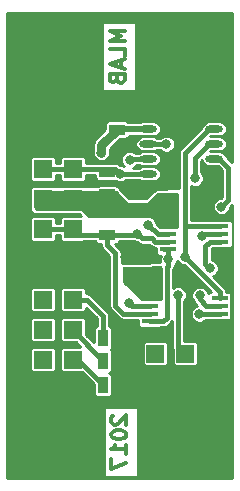
<source format=gbr>
G04 #@! TF.GenerationSoftware,KiCad,Pcbnew,(2017-02-05 revision 431abcf)-makepkg*
G04 #@! TF.CreationDate,2017-03-21T18:12:11+01:00*
G04 #@! TF.ProjectId,EEPROM02A,454550524F4D3032412E6B696361645F,REV*
G04 #@! TF.FileFunction,Copper,L2,Bot,Signal*
G04 #@! TF.FilePolarity,Positive*
%FSLAX46Y46*%
G04 Gerber Fmt 4.6, Leading zero omitted, Abs format (unit mm)*
G04 Created by KiCad (PCBNEW (2017-02-05 revision 431abcf)-makepkg) date 03/21/17 18:12:11*
%MOMM*%
%LPD*%
G01*
G04 APERTURE LIST*
%ADD10C,0.150000*%
%ADD11C,0.300000*%
%ADD12R,1.524000X1.524000*%
%ADD13R,1.450000X0.450000*%
%ADD14C,6.000000*%
%ADD15R,0.889000X1.397000*%
%ADD16R,1.397000X0.889000*%
%ADD17O,1.473200X0.609600*%
%ADD18R,1.699260X1.300480*%
%ADD19C,0.800000*%
%ADD20C,0.400000*%
%ADD21C,0.200000*%
%ADD22C,0.800000*%
%ADD23C,0.500000*%
%ADD24C,0.254000*%
G04 APERTURE END LIST*
D10*
D11*
X9571904Y5911571D02*
X9510000Y5849666D01*
X9448095Y5725857D01*
X9448095Y5416333D01*
X9510000Y5292523D01*
X9571904Y5230619D01*
X9695714Y5168714D01*
X9819523Y5168714D01*
X10005238Y5230619D01*
X10748095Y5973476D01*
X10748095Y5168714D01*
X9448095Y4363952D02*
X9448095Y4240142D01*
X9510000Y4116333D01*
X9571904Y4054428D01*
X9695714Y3992523D01*
X9943333Y3930619D01*
X10252857Y3930619D01*
X10500476Y3992523D01*
X10624285Y4054428D01*
X10686190Y4116333D01*
X10748095Y4240142D01*
X10748095Y4363952D01*
X10686190Y4487761D01*
X10624285Y4549666D01*
X10500476Y4611571D01*
X10252857Y4673476D01*
X9943333Y4673476D01*
X9695714Y4611571D01*
X9571904Y4549666D01*
X9510000Y4487761D01*
X9448095Y4363952D01*
X10748095Y2692523D02*
X10748095Y3435380D01*
X10748095Y3063952D02*
X9448095Y3063952D01*
X9633809Y3187761D01*
X9757619Y3311571D01*
X9819523Y3435380D01*
X9448095Y2259190D02*
X9448095Y1392523D01*
X10748095Y1949666D01*
X10621095Y38488666D02*
X9321095Y38488666D01*
X10249666Y38055333D01*
X9321095Y37622000D01*
X10621095Y37622000D01*
X10621095Y36383904D02*
X10621095Y37002952D01*
X9321095Y37002952D01*
X10249666Y36012476D02*
X10249666Y35393428D01*
X10621095Y36136285D02*
X9321095Y35702952D01*
X10621095Y35269619D01*
X9940142Y34402952D02*
X10002047Y34217238D01*
X10063952Y34155333D01*
X10187761Y34093428D01*
X10373476Y34093428D01*
X10497285Y34155333D01*
X10559190Y34217238D01*
X10621095Y34341047D01*
X10621095Y34836285D01*
X9321095Y34836285D01*
X9321095Y34402952D01*
X9383000Y34279142D01*
X9444904Y34217238D01*
X9568714Y34155333D01*
X9692523Y34155333D01*
X9816333Y34217238D01*
X9878238Y34279142D01*
X9940142Y34402952D01*
X9940142Y34836285D01*
D12*
X13208000Y11176000D03*
X15748000Y11176000D03*
X18288000Y11176000D03*
D13*
X18647200Y15859400D03*
X18647200Y15209400D03*
X18647200Y14559400D03*
X18647200Y13909400D03*
X12747200Y13909400D03*
X12747200Y14559400D03*
X12747200Y15209400D03*
X12747200Y15859400D03*
X18710000Y21955400D03*
X18710000Y21305400D03*
X18710000Y20655400D03*
X18710000Y20005400D03*
X14310000Y20005400D03*
X14310000Y20655400D03*
X14310000Y21305400D03*
X14310000Y21955400D03*
D14*
X15240000Y35560000D03*
X5080000Y35560000D03*
X5080000Y5080000D03*
X15240000Y5080000D03*
D15*
X16598900Y24130000D03*
X14693900Y24130000D03*
X13335000Y17881600D03*
X15240000Y17881600D03*
D16*
X9956800Y32042100D03*
X9956800Y30137100D03*
D15*
X10871200Y17830800D03*
X8966200Y17830800D03*
D12*
X6223000Y29337000D03*
X3683000Y29337000D03*
X6223000Y26797000D03*
X3683000Y26797000D03*
X3683000Y24257000D03*
X6223000Y24257000D03*
X6223000Y21717000D03*
X3683000Y21717000D03*
X3683000Y19177000D03*
X6223000Y19177000D03*
X6223000Y15748000D03*
X3683000Y15748000D03*
X3683000Y13208000D03*
X6223000Y13208000D03*
X6223000Y10668000D03*
X3683000Y10668000D03*
D15*
X8763000Y12496800D03*
X10668000Y12496800D03*
X10693400Y10566400D03*
X8788400Y10566400D03*
D16*
X9144000Y26555700D03*
X9144000Y24650700D03*
D15*
X8763000Y8534400D03*
X10668000Y8534400D03*
D16*
X9144000Y23101300D03*
X9144000Y21196300D03*
D17*
X12598400Y30200600D03*
X12598400Y28930600D03*
X12598400Y27660600D03*
X12598400Y26390600D03*
X18186400Y26390600D03*
X18186400Y27660600D03*
X18186400Y28930600D03*
X18186400Y30200600D03*
D18*
X11684000Y19839940D03*
X11684000Y23340060D03*
D19*
X9652000Y13970002D03*
X15240000Y9398000D03*
X13208002Y19304000D03*
X2032000Y19202400D03*
X16560800Y12750800D03*
X17729200Y12700000D03*
X18999200Y12700000D03*
X19253200Y17018000D03*
X19253200Y17932400D03*
X18948400Y18999200D03*
X8331200Y32054800D03*
X11328400Y32004000D03*
X12192000Y8839200D03*
X18440400Y24790400D03*
X17729200Y24079200D03*
X17678400Y25247600D03*
X10617200Y19354800D03*
X8636000Y28194000D03*
X12039600Y17627600D03*
X10223602Y26390600D03*
X14310000Y19151600D03*
X11683994Y21336000D03*
X11023602Y27584400D03*
X15671988Y19389893D03*
X16967199Y16103600D03*
X17124873Y21155390D03*
X16560800Y26009600D03*
X16916398Y14528800D03*
X17830800Y18389600D03*
X18796000Y23622000D03*
X15112992Y16129000D03*
X10972800Y15494000D03*
X12552695Y22090121D03*
X14122400Y28905200D03*
D20*
X10668000Y12496800D02*
X10668000Y12750800D01*
X10668000Y12750800D02*
X9652000Y13766800D01*
X9652000Y13766800D02*
X9652000Y13970002D01*
X15240000Y9398000D02*
X16510000Y9398000D01*
D21*
X19549402Y22606000D02*
X18636715Y22606000D01*
X18636715Y22606000D02*
X17729200Y23513515D01*
X17729200Y23513515D02*
X17729200Y24079200D01*
X18948400Y18999200D02*
X19735001Y19785801D01*
X19735001Y19785801D02*
X19735001Y22420401D01*
X19735001Y22420401D02*
X19549402Y22606000D01*
D20*
X13157202Y19354800D02*
X13208002Y19304000D01*
X10617200Y19354800D02*
X13157202Y19354800D01*
D21*
X10668000Y12496800D02*
X11633200Y12496800D01*
X11633200Y12496800D02*
X11836400Y12293600D01*
X17729200Y12700000D02*
X16611600Y12700000D01*
X16611600Y12700000D02*
X16560800Y12750800D01*
X18647200Y13909400D02*
X18647200Y13052000D01*
X18647200Y13052000D02*
X18999200Y12700000D01*
X19253200Y17932400D02*
X19253200Y17018000D01*
D11*
X18710000Y19710400D02*
X18710000Y19480400D01*
D21*
X18710000Y19237600D02*
X18948400Y18999200D01*
D11*
X18710000Y20005400D02*
X18710000Y19710400D01*
D21*
X18710000Y19710400D02*
X18710000Y19237600D01*
X9956800Y32042100D02*
X11290300Y32042100D01*
X11290300Y32042100D02*
X11328400Y32004000D01*
D11*
X15240000Y5080000D02*
X12240001Y8079999D01*
X12240001Y8079999D02*
X12240001Y8791199D01*
X12240001Y8791199D02*
X12192000Y8839200D01*
X18710000Y19480400D02*
X19722201Y18468199D01*
X19722201Y18468199D02*
X19722201Y13959401D01*
X19722201Y13959401D02*
X19672200Y13909400D01*
X19672200Y13909400D02*
X18647200Y13909400D01*
D20*
X17729200Y24079200D02*
X18440400Y24790400D01*
X18186400Y26390600D02*
X18186400Y25755600D01*
X18186400Y25755600D02*
X17678400Y25247600D01*
X11684000Y19839940D02*
X11102340Y19839940D01*
X11102340Y19839940D02*
X10617200Y19354800D01*
X17272000Y33337500D02*
X17272000Y34957000D01*
X14097000Y33337500D02*
X14097000Y34830000D01*
X14097000Y34830000D02*
X14160500Y34893500D01*
D22*
X14732000Y6223000D02*
X17305020Y6223000D01*
X12192000Y6223000D02*
X14732000Y6223000D01*
X9956800Y30137100D02*
X9944100Y30137100D01*
X9944100Y30137100D02*
X8636000Y28829000D01*
X8636000Y28829000D02*
X8636000Y28194000D01*
X12039600Y17627600D02*
X11074400Y17627600D01*
X11074400Y17627600D02*
X10871200Y17830800D01*
D23*
X12598400Y30200600D02*
X10020300Y30200600D01*
X10020300Y30200600D02*
X9956800Y30137100D01*
D20*
X13872200Y13909400D02*
X12747200Y13909400D01*
X14310000Y18585915D02*
X14185999Y18461914D01*
X14310000Y19151600D02*
X14310000Y18585915D01*
X14185999Y18461914D02*
X14185999Y14223199D01*
X14185999Y14223199D02*
X13872200Y13909400D01*
X12598400Y26390600D02*
X10223602Y26390600D01*
X10223602Y26390600D02*
X10240140Y26390600D01*
X14310000Y20005400D02*
X14310000Y19151600D01*
X9823591Y26774049D02*
X10223590Y26374050D01*
X9800640Y26797000D02*
X9823591Y26774049D01*
X6223000Y26797000D02*
X9800640Y26797000D01*
X10240140Y26390600D02*
X10223590Y26374050D01*
X3683000Y26797000D02*
X6223000Y26797000D01*
X14310000Y20005400D02*
X13936632Y20005400D01*
X9810701Y15200701D02*
X9810701Y19685099D01*
X12747200Y14559400D02*
X10452002Y14559400D01*
X9144000Y20351800D02*
X9144000Y21196300D01*
X9810701Y19685099D02*
X9144000Y20351800D01*
X10452002Y14559400D02*
X9810701Y15200701D01*
X11683994Y21336000D02*
X12083993Y20936001D01*
X12083993Y20936001D02*
X12904399Y20936001D01*
X12904399Y20936001D02*
X13185000Y20655400D01*
X13185000Y20655400D02*
X14310000Y20655400D01*
X9144000Y21196300D02*
X11544294Y21196300D01*
X11544294Y21196300D02*
X11683994Y21336000D01*
X11099802Y27660600D02*
X11023602Y27584400D01*
X12598400Y27660600D02*
X11099802Y27660600D01*
X9144000Y21196300D02*
X6743700Y21196300D01*
X6743700Y21196300D02*
X6223000Y21717000D01*
X12598400Y27660600D02*
X12166600Y27660600D01*
X9398000Y21196300D02*
X9144000Y21196300D01*
X3683000Y21717000D02*
X6223000Y21717000D01*
X18647200Y15859400D02*
X18647200Y16414681D01*
X16071987Y18989894D02*
X15671988Y19389893D01*
X18647200Y16414681D02*
X16071987Y18989894D01*
X15748000Y22098000D02*
X15697200Y22047200D01*
X15697200Y22047200D02*
X15697200Y19405600D01*
X15697200Y19405600D02*
X15687695Y19405600D01*
X15687695Y19405600D02*
X15671988Y19389893D01*
X18186400Y30200600D02*
X17754600Y30200600D01*
X17754600Y30200600D02*
X15697200Y28143200D01*
X15697200Y28143200D02*
X15697200Y22148800D01*
X15697200Y22148800D02*
X15748000Y22098000D01*
X18710000Y21955400D02*
X15890600Y21955400D01*
X15890600Y21955400D02*
X15748000Y22098000D01*
X6223000Y15748000D02*
X7385000Y15748000D01*
X7385000Y15748000D02*
X8763000Y14370000D01*
X8763000Y14370000D02*
X8763000Y13595300D01*
X8763000Y13595300D02*
X8763000Y12496800D01*
X16967199Y15764401D02*
X16967199Y16103600D01*
X17522200Y15209400D02*
X16967199Y15764401D01*
X18647200Y15209400D02*
X17522200Y15209400D01*
X17274883Y21305400D02*
X17124873Y21155390D01*
X18710000Y21305400D02*
X17274883Y21305400D01*
X16560800Y27736800D02*
X16560800Y26009600D01*
X18186400Y28930600D02*
X17754600Y28930600D01*
X17754600Y28930600D02*
X16560800Y27736800D01*
X6223000Y13208000D02*
X6223000Y13131800D01*
X6223000Y13131800D02*
X8788400Y10566400D01*
X16946998Y14559400D02*
X16916398Y14528800D01*
X19195999Y24021999D02*
X18796000Y23622000D01*
X18618200Y27660600D02*
X19354800Y26924000D01*
X19354800Y24180800D02*
X19195999Y24021999D01*
X18186400Y27660600D02*
X18618200Y27660600D01*
X19354800Y26924000D02*
X19354800Y24180800D01*
X18647200Y14559400D02*
X16946998Y14559400D01*
X18710000Y20655400D02*
X17803715Y20655400D01*
X17803715Y20655400D02*
X17430801Y20282486D01*
X17430801Y20282486D02*
X17430801Y18789599D01*
X17430801Y18789599D02*
X17830800Y18389600D01*
X6223000Y10668000D02*
X6629400Y10668000D01*
X6629400Y10668000D02*
X8763000Y8534400D01*
X15112992Y16129000D02*
X15112992Y11811008D01*
X15112992Y11811008D02*
X15748000Y11176000D01*
X12747200Y15209400D02*
X11257400Y15209400D01*
X11257400Y15209400D02*
X10972800Y15494000D01*
X12552695Y22090121D02*
X12598821Y22090121D01*
X12598821Y22090121D02*
X13383542Y21305400D01*
X13383542Y21305400D02*
X14310000Y21305400D01*
X12598400Y28930600D02*
X14097000Y28930600D01*
X14097000Y28930600D02*
X14122400Y28905200D01*
D24*
G36*
X19664000Y27360090D02*
X19247831Y27776259D01*
X19222744Y27902379D01*
X19085787Y28107350D01*
X18880816Y28244307D01*
X18639037Y28292400D01*
X17861690Y28292400D01*
X17868090Y28298800D01*
X18639037Y28298800D01*
X18880816Y28346893D01*
X19085787Y28483850D01*
X19222744Y28688821D01*
X19270837Y28930600D01*
X19222744Y29172379D01*
X19085787Y29377350D01*
X18880816Y29514307D01*
X18639037Y29562400D01*
X17861690Y29562400D01*
X17868090Y29568800D01*
X18639037Y29568800D01*
X18880816Y29616893D01*
X19085787Y29753850D01*
X19222744Y29958821D01*
X19270837Y30200600D01*
X19222744Y30442379D01*
X19085787Y30647350D01*
X18880816Y30784307D01*
X18639037Y30832400D01*
X17733763Y30832400D01*
X17491984Y30784307D01*
X17287013Y30647350D01*
X17150056Y30442379D01*
X17124969Y30316259D01*
X15324555Y28515845D01*
X15210315Y28344875D01*
X15190311Y28244307D01*
X15170200Y28143200D01*
X15170200Y25155581D01*
X15138400Y25161906D01*
X14249400Y25161906D01*
X14121811Y25136527D01*
X14093185Y25117400D01*
X13360400Y25117400D01*
X13235263Y25092509D01*
X13129176Y25021624D01*
X12431258Y24323706D01*
X10948838Y24323706D01*
X10153609Y25207293D01*
X10150527Y25222789D01*
X10078254Y25330954D01*
X9970089Y25403227D01*
X9842500Y25428606D01*
X8445500Y25428606D01*
X8317911Y25403227D01*
X8209746Y25330954D01*
X8202828Y25320600D01*
X7122208Y25320600D01*
X7112589Y25327027D01*
X6985000Y25352406D01*
X5461000Y25352406D01*
X5333411Y25327027D01*
X5323792Y25320600D01*
X4582208Y25320600D01*
X4572589Y25327027D01*
X4445000Y25352406D01*
X2921000Y25352406D01*
X2793411Y25327027D01*
X2685246Y25254754D01*
X2612973Y25146589D01*
X2587594Y25019000D01*
X2587594Y23495000D01*
X2612973Y23367411D01*
X2619400Y23357792D01*
X2619400Y23317200D01*
X2644291Y23192063D01*
X2715176Y23085976D01*
X2821263Y23015091D01*
X2946400Y22990200D01*
X6722552Y22990200D01*
X6900346Y22812406D01*
X5461000Y22812406D01*
X5333411Y22787027D01*
X5225246Y22714754D01*
X5152973Y22606589D01*
X5127594Y22479000D01*
X5127594Y22244000D01*
X4778406Y22244000D01*
X4778406Y22479000D01*
X4753027Y22606589D01*
X4680754Y22714754D01*
X4572589Y22787027D01*
X4445000Y22812406D01*
X2921000Y22812406D01*
X2793411Y22787027D01*
X2685246Y22714754D01*
X2612973Y22606589D01*
X2587594Y22479000D01*
X2587594Y20955000D01*
X2612973Y20827411D01*
X2685246Y20719246D01*
X2793411Y20646973D01*
X2921000Y20621594D01*
X4445000Y20621594D01*
X4572589Y20646973D01*
X4680754Y20719246D01*
X4753027Y20827411D01*
X4778406Y20955000D01*
X4778406Y21190000D01*
X5127594Y21190000D01*
X5127594Y20955000D01*
X5152973Y20827411D01*
X5225246Y20719246D01*
X5333411Y20646973D01*
X5461000Y20621594D01*
X6985000Y20621594D01*
X7112589Y20646973D01*
X7146004Y20669300D01*
X8128504Y20669300D01*
X8137473Y20624211D01*
X8209746Y20516046D01*
X8317911Y20443773D01*
X8445500Y20418394D01*
X8617000Y20418394D01*
X8617000Y20351800D01*
X8657115Y20150125D01*
X8771355Y19979155D01*
X9283701Y19466808D01*
X9283701Y15200701D01*
X9323816Y14999026D01*
X9438056Y14828056D01*
X10079357Y14186754D01*
X10211220Y14098646D01*
X10250328Y14072515D01*
X10452002Y14032400D01*
X11688794Y14032400D01*
X11688794Y13684400D01*
X11714173Y13556811D01*
X11786446Y13448646D01*
X11894611Y13376373D01*
X12022200Y13350994D01*
X13472200Y13350994D01*
X13599789Y13376373D01*
X13608809Y13382400D01*
X13872200Y13382400D01*
X14073875Y13422515D01*
X14244845Y13536755D01*
X14558644Y13850554D01*
X14585992Y13891483D01*
X14585992Y11811008D01*
X14626107Y11609333D01*
X14652594Y11569693D01*
X14652594Y10414000D01*
X14677973Y10286411D01*
X14750246Y10178246D01*
X14858411Y10105973D01*
X14986000Y10080594D01*
X16510000Y10080594D01*
X16637589Y10105973D01*
X16745754Y10178246D01*
X16818027Y10286411D01*
X16843406Y10414000D01*
X16843406Y11938000D01*
X16818027Y12065589D01*
X16745754Y12173754D01*
X16637589Y12246027D01*
X16510000Y12271406D01*
X15639992Y12271406D01*
X15639992Y15627844D01*
X15728953Y15716650D01*
X15839866Y15983756D01*
X15840118Y16272975D01*
X15729672Y16540275D01*
X15525342Y16744961D01*
X15258236Y16855874D01*
X14969017Y16856126D01*
X14712999Y16750342D01*
X14712999Y18258697D01*
X14796885Y18384240D01*
X14837000Y18585915D01*
X14837000Y18650444D01*
X14925961Y18739250D01*
X15036874Y19006356D01*
X15036889Y19023196D01*
X15055308Y18978618D01*
X15259638Y18773932D01*
X15526744Y18663019D01*
X15653683Y18662908D01*
X17902670Y16413921D01*
X17794611Y16392427D01*
X17686446Y16320154D01*
X17672784Y16299708D01*
X17583879Y16514875D01*
X17379549Y16719561D01*
X17112443Y16830474D01*
X16823224Y16830726D01*
X16555924Y16720280D01*
X16351238Y16515950D01*
X16240325Y16248844D01*
X16240073Y15959625D01*
X16350519Y15692325D01*
X16481167Y15561449D01*
X16594554Y15391756D01*
X16742675Y15243635D01*
X16505123Y15145480D01*
X16300437Y14941150D01*
X16189524Y14674044D01*
X16189272Y14384825D01*
X16299718Y14117525D01*
X16504048Y13912839D01*
X16771154Y13801926D01*
X17060373Y13801674D01*
X17327673Y13912120D01*
X17448163Y14032400D01*
X17785591Y14032400D01*
X17794611Y14026373D01*
X17922200Y14000994D01*
X19372200Y14000994D01*
X19499789Y14026373D01*
X19607954Y14098646D01*
X19664000Y14182525D01*
X19664000Y656000D01*
X656000Y656000D01*
X656000Y6636191D01*
X8822000Y6636191D01*
X8822000Y729810D01*
X11726000Y729810D01*
X11726000Y6636191D01*
X8822000Y6636191D01*
X656000Y6636191D01*
X656000Y11430000D01*
X2587594Y11430000D01*
X2587594Y9906000D01*
X2612973Y9778411D01*
X2685246Y9670246D01*
X2793411Y9597973D01*
X2921000Y9572594D01*
X4445000Y9572594D01*
X4572589Y9597973D01*
X4680754Y9670246D01*
X4753027Y9778411D01*
X4778406Y9906000D01*
X4778406Y11430000D01*
X4753027Y11557589D01*
X4680754Y11665754D01*
X4572589Y11738027D01*
X4445000Y11763406D01*
X2921000Y11763406D01*
X2793411Y11738027D01*
X2685246Y11665754D01*
X2612973Y11557589D01*
X2587594Y11430000D01*
X656000Y11430000D01*
X656000Y13970000D01*
X2587594Y13970000D01*
X2587594Y12446000D01*
X2612973Y12318411D01*
X2685246Y12210246D01*
X2793411Y12137973D01*
X2921000Y12112594D01*
X4445000Y12112594D01*
X4572589Y12137973D01*
X4680754Y12210246D01*
X4753027Y12318411D01*
X4778406Y12446000D01*
X4778406Y13970000D01*
X4753027Y14097589D01*
X4680754Y14205754D01*
X4572589Y14278027D01*
X4445000Y14303406D01*
X2921000Y14303406D01*
X2793411Y14278027D01*
X2685246Y14205754D01*
X2612973Y14097589D01*
X2587594Y13970000D01*
X656000Y13970000D01*
X656000Y16510000D01*
X2587594Y16510000D01*
X2587594Y14986000D01*
X2612973Y14858411D01*
X2685246Y14750246D01*
X2793411Y14677973D01*
X2921000Y14652594D01*
X4445000Y14652594D01*
X4572589Y14677973D01*
X4680754Y14750246D01*
X4753027Y14858411D01*
X4778406Y14986000D01*
X4778406Y16510000D01*
X5127594Y16510000D01*
X5127594Y14986000D01*
X5152973Y14858411D01*
X5225246Y14750246D01*
X5333411Y14677973D01*
X5461000Y14652594D01*
X6985000Y14652594D01*
X7112589Y14677973D01*
X7220754Y14750246D01*
X7293027Y14858411D01*
X7318406Y14986000D01*
X7318406Y15069304D01*
X8236000Y14151710D01*
X8236000Y13512296D01*
X8190911Y13503327D01*
X8082746Y13431054D01*
X8010473Y13322889D01*
X7985094Y13195300D01*
X7985094Y12114997D01*
X7318406Y12781684D01*
X7318406Y13970000D01*
X7293027Y14097589D01*
X7220754Y14205754D01*
X7112589Y14278027D01*
X6985000Y14303406D01*
X5461000Y14303406D01*
X5333411Y14278027D01*
X5225246Y14205754D01*
X5152973Y14097589D01*
X5127594Y13970000D01*
X5127594Y12446000D01*
X5152973Y12318411D01*
X5225246Y12210246D01*
X5333411Y12137973D01*
X5461000Y12112594D01*
X6496916Y12112594D01*
X6846104Y11763406D01*
X5461000Y11763406D01*
X5333411Y11738027D01*
X5225246Y11665754D01*
X5152973Y11557589D01*
X5127594Y11430000D01*
X5127594Y9906000D01*
X5152973Y9778411D01*
X5225246Y9670246D01*
X5333411Y9597973D01*
X5461000Y9572594D01*
X6979516Y9572594D01*
X7985094Y8567016D01*
X7985094Y7835900D01*
X8010473Y7708311D01*
X8082746Y7600146D01*
X8190911Y7527873D01*
X8318500Y7502494D01*
X9207500Y7502494D01*
X9335089Y7527873D01*
X9443254Y7600146D01*
X9515527Y7708311D01*
X9540906Y7835900D01*
X9540906Y9232900D01*
X9515527Y9360489D01*
X9443254Y9468654D01*
X9335089Y9540927D01*
X9300165Y9547874D01*
X9360489Y9559873D01*
X9468654Y9632146D01*
X9540927Y9740311D01*
X9566306Y9867900D01*
X9566306Y11264900D01*
X9540927Y11392489D01*
X9468654Y11500654D01*
X9409640Y11540086D01*
X9443254Y11562546D01*
X9515527Y11670711D01*
X9540906Y11798300D01*
X9540906Y11938000D01*
X12112594Y11938000D01*
X12112594Y10414000D01*
X12137973Y10286411D01*
X12210246Y10178246D01*
X12318411Y10105973D01*
X12446000Y10080594D01*
X13970000Y10080594D01*
X14097589Y10105973D01*
X14205754Y10178246D01*
X14278027Y10286411D01*
X14303406Y10414000D01*
X14303406Y11938000D01*
X14278027Y12065589D01*
X14205754Y12173754D01*
X14097589Y12246027D01*
X13970000Y12271406D01*
X12446000Y12271406D01*
X12318411Y12246027D01*
X12210246Y12173754D01*
X12137973Y12065589D01*
X12112594Y11938000D01*
X9540906Y11938000D01*
X9540906Y13195300D01*
X9515527Y13322889D01*
X9443254Y13431054D01*
X9335089Y13503327D01*
X9290000Y13512296D01*
X9290000Y14370000D01*
X9256540Y14538215D01*
X9249885Y14571675D01*
X9135645Y14742645D01*
X7757645Y16120645D01*
X7586675Y16234885D01*
X7385000Y16275000D01*
X7318406Y16275000D01*
X7318406Y16510000D01*
X7293027Y16637589D01*
X7220754Y16745754D01*
X7112589Y16818027D01*
X6985000Y16843406D01*
X5461000Y16843406D01*
X5333411Y16818027D01*
X5225246Y16745754D01*
X5152973Y16637589D01*
X5127594Y16510000D01*
X4778406Y16510000D01*
X4753027Y16637589D01*
X4680754Y16745754D01*
X4572589Y16818027D01*
X4445000Y16843406D01*
X2921000Y16843406D01*
X2793411Y16818027D01*
X2685246Y16745754D01*
X2612973Y16637589D01*
X2587594Y16510000D01*
X656000Y16510000D01*
X656000Y27559000D01*
X2587594Y27559000D01*
X2587594Y26035000D01*
X2612973Y25907411D01*
X2685246Y25799246D01*
X2793411Y25726973D01*
X2921000Y25701594D01*
X4445000Y25701594D01*
X4572589Y25726973D01*
X4680754Y25799246D01*
X4753027Y25907411D01*
X4778406Y26035000D01*
X4778406Y26270000D01*
X5127594Y26270000D01*
X5127594Y26035000D01*
X5152973Y25907411D01*
X5225246Y25799246D01*
X5333411Y25726973D01*
X5461000Y25701594D01*
X6985000Y25701594D01*
X7112589Y25726973D01*
X7220754Y25799246D01*
X7293027Y25907411D01*
X7318406Y26035000D01*
X7318406Y26270000D01*
X8112094Y26270000D01*
X8112094Y26111200D01*
X8137473Y25983611D01*
X8209746Y25875446D01*
X8317911Y25803173D01*
X8445500Y25777794D01*
X9808102Y25777794D01*
X9811252Y25774639D01*
X10078358Y25663726D01*
X10367577Y25663474D01*
X10634877Y25773920D01*
X10724713Y25863600D01*
X11819116Y25863600D01*
X11903984Y25806893D01*
X12145763Y25758800D01*
X13051037Y25758800D01*
X13292816Y25806893D01*
X13497787Y25943850D01*
X13634744Y26148821D01*
X13682837Y26390600D01*
X13634744Y26632379D01*
X13497787Y26837350D01*
X13292816Y26974307D01*
X13051037Y27022400D01*
X12145763Y27022400D01*
X11903984Y26974307D01*
X11819116Y26917600D01*
X11313577Y26917600D01*
X11434877Y26967720D01*
X11601046Y27133600D01*
X11819116Y27133600D01*
X11903984Y27076893D01*
X12145763Y27028800D01*
X13051037Y27028800D01*
X13292816Y27076893D01*
X13497787Y27213850D01*
X13634744Y27418821D01*
X13682837Y27660600D01*
X13634744Y27902379D01*
X13497787Y28107350D01*
X13292816Y28244307D01*
X13051037Y28292400D01*
X12145763Y28292400D01*
X11903984Y28244307D01*
X11819116Y28187600D01*
X11448691Y28187600D01*
X11435952Y28200361D01*
X11168846Y28311274D01*
X10879627Y28311526D01*
X10612327Y28201080D01*
X10407641Y27996750D01*
X10296728Y27729644D01*
X10296476Y27440425D01*
X10406922Y27173125D01*
X10528766Y27051069D01*
X10368846Y27117474D01*
X10225331Y27117599D01*
X10196239Y27146691D01*
X10196237Y27146694D01*
X10173285Y27169645D01*
X10081647Y27230877D01*
X10078254Y27235954D01*
X9970089Y27308227D01*
X9842500Y27333606D01*
X8445500Y27333606D01*
X8397207Y27324000D01*
X7318406Y27324000D01*
X7318406Y27559000D01*
X7293027Y27686589D01*
X7220754Y27794754D01*
X7112589Y27867027D01*
X6985000Y27892406D01*
X5461000Y27892406D01*
X5333411Y27867027D01*
X5225246Y27794754D01*
X5152973Y27686589D01*
X5127594Y27559000D01*
X5127594Y27324000D01*
X4778406Y27324000D01*
X4778406Y27559000D01*
X4753027Y27686589D01*
X4680754Y27794754D01*
X4572589Y27867027D01*
X4445000Y27892406D01*
X2921000Y27892406D01*
X2793411Y27867027D01*
X2685246Y27794754D01*
X2612973Y27686589D01*
X2587594Y27559000D01*
X656000Y27559000D01*
X656000Y28050025D01*
X7908874Y28050025D01*
X8019320Y27782725D01*
X8223650Y27578039D01*
X8490756Y27467126D01*
X8779975Y27466874D01*
X9047275Y27577320D01*
X9251961Y27781650D01*
X9362874Y28048756D01*
X9363126Y28337975D01*
X9363000Y28338280D01*
X9363000Y28527866D01*
X9765733Y28930600D01*
X11513963Y28930600D01*
X11562056Y28688821D01*
X11699013Y28483850D01*
X11903984Y28346893D01*
X12145763Y28298800D01*
X13051037Y28298800D01*
X13292816Y28346893D01*
X13377684Y28403600D01*
X13595888Y28403600D01*
X13710050Y28289239D01*
X13977156Y28178326D01*
X14266375Y28178074D01*
X14533675Y28288520D01*
X14738361Y28492850D01*
X14849274Y28759956D01*
X14849526Y29049175D01*
X14739080Y29316475D01*
X14534750Y29521161D01*
X14267644Y29632074D01*
X13978425Y29632326D01*
X13711125Y29521880D01*
X13646733Y29457600D01*
X13377684Y29457600D01*
X13292816Y29514307D01*
X13051037Y29562400D01*
X12145763Y29562400D01*
X11903984Y29514307D01*
X11699013Y29377350D01*
X11562056Y29172379D01*
X11513963Y28930600D01*
X9765733Y28930600D01*
X10194327Y29359194D01*
X10655300Y29359194D01*
X10782889Y29384573D01*
X10891054Y29456846D01*
X10963327Y29565011D01*
X10974981Y29623600D01*
X11893946Y29623600D01*
X11903984Y29616893D01*
X12145763Y29568800D01*
X13051037Y29568800D01*
X13292816Y29616893D01*
X13497787Y29753850D01*
X13634744Y29958821D01*
X13682837Y30200600D01*
X13634744Y30442379D01*
X13497787Y30647350D01*
X13292816Y30784307D01*
X13051037Y30832400D01*
X12145763Y30832400D01*
X11903984Y30784307D01*
X11893946Y30777600D01*
X10917617Y30777600D01*
X10891054Y30817354D01*
X10782889Y30889627D01*
X10655300Y30915006D01*
X9258300Y30915006D01*
X9130711Y30889627D01*
X9022546Y30817354D01*
X8950273Y30709189D01*
X8924894Y30581600D01*
X8924894Y30146027D01*
X8121933Y29343067D01*
X7964340Y29107211D01*
X7964340Y29107210D01*
X7908999Y28829000D01*
X7909000Y28828995D01*
X7909000Y28194635D01*
X7908874Y28050025D01*
X656000Y28050025D01*
X656000Y39275191D01*
X8695000Y39275191D01*
X8695000Y33368810D01*
X11599000Y33368810D01*
X11599000Y39275191D01*
X8695000Y39275191D01*
X656000Y39275191D01*
X656000Y39984000D01*
X19664000Y39984000D01*
X19664000Y27360090D01*
X19664000Y27360090D01*
G37*
X19664000Y27360090D02*
X19247831Y27776259D01*
X19222744Y27902379D01*
X19085787Y28107350D01*
X18880816Y28244307D01*
X18639037Y28292400D01*
X17861690Y28292400D01*
X17868090Y28298800D01*
X18639037Y28298800D01*
X18880816Y28346893D01*
X19085787Y28483850D01*
X19222744Y28688821D01*
X19270837Y28930600D01*
X19222744Y29172379D01*
X19085787Y29377350D01*
X18880816Y29514307D01*
X18639037Y29562400D01*
X17861690Y29562400D01*
X17868090Y29568800D01*
X18639037Y29568800D01*
X18880816Y29616893D01*
X19085787Y29753850D01*
X19222744Y29958821D01*
X19270837Y30200600D01*
X19222744Y30442379D01*
X19085787Y30647350D01*
X18880816Y30784307D01*
X18639037Y30832400D01*
X17733763Y30832400D01*
X17491984Y30784307D01*
X17287013Y30647350D01*
X17150056Y30442379D01*
X17124969Y30316259D01*
X15324555Y28515845D01*
X15210315Y28344875D01*
X15190311Y28244307D01*
X15170200Y28143200D01*
X15170200Y25155581D01*
X15138400Y25161906D01*
X14249400Y25161906D01*
X14121811Y25136527D01*
X14093185Y25117400D01*
X13360400Y25117400D01*
X13235263Y25092509D01*
X13129176Y25021624D01*
X12431258Y24323706D01*
X10948838Y24323706D01*
X10153609Y25207293D01*
X10150527Y25222789D01*
X10078254Y25330954D01*
X9970089Y25403227D01*
X9842500Y25428606D01*
X8445500Y25428606D01*
X8317911Y25403227D01*
X8209746Y25330954D01*
X8202828Y25320600D01*
X7122208Y25320600D01*
X7112589Y25327027D01*
X6985000Y25352406D01*
X5461000Y25352406D01*
X5333411Y25327027D01*
X5323792Y25320600D01*
X4582208Y25320600D01*
X4572589Y25327027D01*
X4445000Y25352406D01*
X2921000Y25352406D01*
X2793411Y25327027D01*
X2685246Y25254754D01*
X2612973Y25146589D01*
X2587594Y25019000D01*
X2587594Y23495000D01*
X2612973Y23367411D01*
X2619400Y23357792D01*
X2619400Y23317200D01*
X2644291Y23192063D01*
X2715176Y23085976D01*
X2821263Y23015091D01*
X2946400Y22990200D01*
X6722552Y22990200D01*
X6900346Y22812406D01*
X5461000Y22812406D01*
X5333411Y22787027D01*
X5225246Y22714754D01*
X5152973Y22606589D01*
X5127594Y22479000D01*
X5127594Y22244000D01*
X4778406Y22244000D01*
X4778406Y22479000D01*
X4753027Y22606589D01*
X4680754Y22714754D01*
X4572589Y22787027D01*
X4445000Y22812406D01*
X2921000Y22812406D01*
X2793411Y22787027D01*
X2685246Y22714754D01*
X2612973Y22606589D01*
X2587594Y22479000D01*
X2587594Y20955000D01*
X2612973Y20827411D01*
X2685246Y20719246D01*
X2793411Y20646973D01*
X2921000Y20621594D01*
X4445000Y20621594D01*
X4572589Y20646973D01*
X4680754Y20719246D01*
X4753027Y20827411D01*
X4778406Y20955000D01*
X4778406Y21190000D01*
X5127594Y21190000D01*
X5127594Y20955000D01*
X5152973Y20827411D01*
X5225246Y20719246D01*
X5333411Y20646973D01*
X5461000Y20621594D01*
X6985000Y20621594D01*
X7112589Y20646973D01*
X7146004Y20669300D01*
X8128504Y20669300D01*
X8137473Y20624211D01*
X8209746Y20516046D01*
X8317911Y20443773D01*
X8445500Y20418394D01*
X8617000Y20418394D01*
X8617000Y20351800D01*
X8657115Y20150125D01*
X8771355Y19979155D01*
X9283701Y19466808D01*
X9283701Y15200701D01*
X9323816Y14999026D01*
X9438056Y14828056D01*
X10079357Y14186754D01*
X10211220Y14098646D01*
X10250328Y14072515D01*
X10452002Y14032400D01*
X11688794Y14032400D01*
X11688794Y13684400D01*
X11714173Y13556811D01*
X11786446Y13448646D01*
X11894611Y13376373D01*
X12022200Y13350994D01*
X13472200Y13350994D01*
X13599789Y13376373D01*
X13608809Y13382400D01*
X13872200Y13382400D01*
X14073875Y13422515D01*
X14244845Y13536755D01*
X14558644Y13850554D01*
X14585992Y13891483D01*
X14585992Y11811008D01*
X14626107Y11609333D01*
X14652594Y11569693D01*
X14652594Y10414000D01*
X14677973Y10286411D01*
X14750246Y10178246D01*
X14858411Y10105973D01*
X14986000Y10080594D01*
X16510000Y10080594D01*
X16637589Y10105973D01*
X16745754Y10178246D01*
X16818027Y10286411D01*
X16843406Y10414000D01*
X16843406Y11938000D01*
X16818027Y12065589D01*
X16745754Y12173754D01*
X16637589Y12246027D01*
X16510000Y12271406D01*
X15639992Y12271406D01*
X15639992Y15627844D01*
X15728953Y15716650D01*
X15839866Y15983756D01*
X15840118Y16272975D01*
X15729672Y16540275D01*
X15525342Y16744961D01*
X15258236Y16855874D01*
X14969017Y16856126D01*
X14712999Y16750342D01*
X14712999Y18258697D01*
X14796885Y18384240D01*
X14837000Y18585915D01*
X14837000Y18650444D01*
X14925961Y18739250D01*
X15036874Y19006356D01*
X15036889Y19023196D01*
X15055308Y18978618D01*
X15259638Y18773932D01*
X15526744Y18663019D01*
X15653683Y18662908D01*
X17902670Y16413921D01*
X17794611Y16392427D01*
X17686446Y16320154D01*
X17672784Y16299708D01*
X17583879Y16514875D01*
X17379549Y16719561D01*
X17112443Y16830474D01*
X16823224Y16830726D01*
X16555924Y16720280D01*
X16351238Y16515950D01*
X16240325Y16248844D01*
X16240073Y15959625D01*
X16350519Y15692325D01*
X16481167Y15561449D01*
X16594554Y15391756D01*
X16742675Y15243635D01*
X16505123Y15145480D01*
X16300437Y14941150D01*
X16189524Y14674044D01*
X16189272Y14384825D01*
X16299718Y14117525D01*
X16504048Y13912839D01*
X16771154Y13801926D01*
X17060373Y13801674D01*
X17327673Y13912120D01*
X17448163Y14032400D01*
X17785591Y14032400D01*
X17794611Y14026373D01*
X17922200Y14000994D01*
X19372200Y14000994D01*
X19499789Y14026373D01*
X19607954Y14098646D01*
X19664000Y14182525D01*
X19664000Y656000D01*
X656000Y656000D01*
X656000Y6636191D01*
X8822000Y6636191D01*
X8822000Y729810D01*
X11726000Y729810D01*
X11726000Y6636191D01*
X8822000Y6636191D01*
X656000Y6636191D01*
X656000Y11430000D01*
X2587594Y11430000D01*
X2587594Y9906000D01*
X2612973Y9778411D01*
X2685246Y9670246D01*
X2793411Y9597973D01*
X2921000Y9572594D01*
X4445000Y9572594D01*
X4572589Y9597973D01*
X4680754Y9670246D01*
X4753027Y9778411D01*
X4778406Y9906000D01*
X4778406Y11430000D01*
X4753027Y11557589D01*
X4680754Y11665754D01*
X4572589Y11738027D01*
X4445000Y11763406D01*
X2921000Y11763406D01*
X2793411Y11738027D01*
X2685246Y11665754D01*
X2612973Y11557589D01*
X2587594Y11430000D01*
X656000Y11430000D01*
X656000Y13970000D01*
X2587594Y13970000D01*
X2587594Y12446000D01*
X2612973Y12318411D01*
X2685246Y12210246D01*
X2793411Y12137973D01*
X2921000Y12112594D01*
X4445000Y12112594D01*
X4572589Y12137973D01*
X4680754Y12210246D01*
X4753027Y12318411D01*
X4778406Y12446000D01*
X4778406Y13970000D01*
X4753027Y14097589D01*
X4680754Y14205754D01*
X4572589Y14278027D01*
X4445000Y14303406D01*
X2921000Y14303406D01*
X2793411Y14278027D01*
X2685246Y14205754D01*
X2612973Y14097589D01*
X2587594Y13970000D01*
X656000Y13970000D01*
X656000Y16510000D01*
X2587594Y16510000D01*
X2587594Y14986000D01*
X2612973Y14858411D01*
X2685246Y14750246D01*
X2793411Y14677973D01*
X2921000Y14652594D01*
X4445000Y14652594D01*
X4572589Y14677973D01*
X4680754Y14750246D01*
X4753027Y14858411D01*
X4778406Y14986000D01*
X4778406Y16510000D01*
X5127594Y16510000D01*
X5127594Y14986000D01*
X5152973Y14858411D01*
X5225246Y14750246D01*
X5333411Y14677973D01*
X5461000Y14652594D01*
X6985000Y14652594D01*
X7112589Y14677973D01*
X7220754Y14750246D01*
X7293027Y14858411D01*
X7318406Y14986000D01*
X7318406Y15069304D01*
X8236000Y14151710D01*
X8236000Y13512296D01*
X8190911Y13503327D01*
X8082746Y13431054D01*
X8010473Y13322889D01*
X7985094Y13195300D01*
X7985094Y12114997D01*
X7318406Y12781684D01*
X7318406Y13970000D01*
X7293027Y14097589D01*
X7220754Y14205754D01*
X7112589Y14278027D01*
X6985000Y14303406D01*
X5461000Y14303406D01*
X5333411Y14278027D01*
X5225246Y14205754D01*
X5152973Y14097589D01*
X5127594Y13970000D01*
X5127594Y12446000D01*
X5152973Y12318411D01*
X5225246Y12210246D01*
X5333411Y12137973D01*
X5461000Y12112594D01*
X6496916Y12112594D01*
X6846104Y11763406D01*
X5461000Y11763406D01*
X5333411Y11738027D01*
X5225246Y11665754D01*
X5152973Y11557589D01*
X5127594Y11430000D01*
X5127594Y9906000D01*
X5152973Y9778411D01*
X5225246Y9670246D01*
X5333411Y9597973D01*
X5461000Y9572594D01*
X6979516Y9572594D01*
X7985094Y8567016D01*
X7985094Y7835900D01*
X8010473Y7708311D01*
X8082746Y7600146D01*
X8190911Y7527873D01*
X8318500Y7502494D01*
X9207500Y7502494D01*
X9335089Y7527873D01*
X9443254Y7600146D01*
X9515527Y7708311D01*
X9540906Y7835900D01*
X9540906Y9232900D01*
X9515527Y9360489D01*
X9443254Y9468654D01*
X9335089Y9540927D01*
X9300165Y9547874D01*
X9360489Y9559873D01*
X9468654Y9632146D01*
X9540927Y9740311D01*
X9566306Y9867900D01*
X9566306Y11264900D01*
X9540927Y11392489D01*
X9468654Y11500654D01*
X9409640Y11540086D01*
X9443254Y11562546D01*
X9515527Y11670711D01*
X9540906Y11798300D01*
X9540906Y11938000D01*
X12112594Y11938000D01*
X12112594Y10414000D01*
X12137973Y10286411D01*
X12210246Y10178246D01*
X12318411Y10105973D01*
X12446000Y10080594D01*
X13970000Y10080594D01*
X14097589Y10105973D01*
X14205754Y10178246D01*
X14278027Y10286411D01*
X14303406Y10414000D01*
X14303406Y11938000D01*
X14278027Y12065589D01*
X14205754Y12173754D01*
X14097589Y12246027D01*
X13970000Y12271406D01*
X12446000Y12271406D01*
X12318411Y12246027D01*
X12210246Y12173754D01*
X12137973Y12065589D01*
X12112594Y11938000D01*
X9540906Y11938000D01*
X9540906Y13195300D01*
X9515527Y13322889D01*
X9443254Y13431054D01*
X9335089Y13503327D01*
X9290000Y13512296D01*
X9290000Y14370000D01*
X9256540Y14538215D01*
X9249885Y14571675D01*
X9135645Y14742645D01*
X7757645Y16120645D01*
X7586675Y16234885D01*
X7385000Y16275000D01*
X7318406Y16275000D01*
X7318406Y16510000D01*
X7293027Y16637589D01*
X7220754Y16745754D01*
X7112589Y16818027D01*
X6985000Y16843406D01*
X5461000Y16843406D01*
X5333411Y16818027D01*
X5225246Y16745754D01*
X5152973Y16637589D01*
X5127594Y16510000D01*
X4778406Y16510000D01*
X4753027Y16637589D01*
X4680754Y16745754D01*
X4572589Y16818027D01*
X4445000Y16843406D01*
X2921000Y16843406D01*
X2793411Y16818027D01*
X2685246Y16745754D01*
X2612973Y16637589D01*
X2587594Y16510000D01*
X656000Y16510000D01*
X656000Y27559000D01*
X2587594Y27559000D01*
X2587594Y26035000D01*
X2612973Y25907411D01*
X2685246Y25799246D01*
X2793411Y25726973D01*
X2921000Y25701594D01*
X4445000Y25701594D01*
X4572589Y25726973D01*
X4680754Y25799246D01*
X4753027Y25907411D01*
X4778406Y26035000D01*
X4778406Y26270000D01*
X5127594Y26270000D01*
X5127594Y26035000D01*
X5152973Y25907411D01*
X5225246Y25799246D01*
X5333411Y25726973D01*
X5461000Y25701594D01*
X6985000Y25701594D01*
X7112589Y25726973D01*
X7220754Y25799246D01*
X7293027Y25907411D01*
X7318406Y26035000D01*
X7318406Y26270000D01*
X8112094Y26270000D01*
X8112094Y26111200D01*
X8137473Y25983611D01*
X8209746Y25875446D01*
X8317911Y25803173D01*
X8445500Y25777794D01*
X9808102Y25777794D01*
X9811252Y25774639D01*
X10078358Y25663726D01*
X10367577Y25663474D01*
X10634877Y25773920D01*
X10724713Y25863600D01*
X11819116Y25863600D01*
X11903984Y25806893D01*
X12145763Y25758800D01*
X13051037Y25758800D01*
X13292816Y25806893D01*
X13497787Y25943850D01*
X13634744Y26148821D01*
X13682837Y26390600D01*
X13634744Y26632379D01*
X13497787Y26837350D01*
X13292816Y26974307D01*
X13051037Y27022400D01*
X12145763Y27022400D01*
X11903984Y26974307D01*
X11819116Y26917600D01*
X11313577Y26917600D01*
X11434877Y26967720D01*
X11601046Y27133600D01*
X11819116Y27133600D01*
X11903984Y27076893D01*
X12145763Y27028800D01*
X13051037Y27028800D01*
X13292816Y27076893D01*
X13497787Y27213850D01*
X13634744Y27418821D01*
X13682837Y27660600D01*
X13634744Y27902379D01*
X13497787Y28107350D01*
X13292816Y28244307D01*
X13051037Y28292400D01*
X12145763Y28292400D01*
X11903984Y28244307D01*
X11819116Y28187600D01*
X11448691Y28187600D01*
X11435952Y28200361D01*
X11168846Y28311274D01*
X10879627Y28311526D01*
X10612327Y28201080D01*
X10407641Y27996750D01*
X10296728Y27729644D01*
X10296476Y27440425D01*
X10406922Y27173125D01*
X10528766Y27051069D01*
X10368846Y27117474D01*
X10225331Y27117599D01*
X10196239Y27146691D01*
X10196237Y27146694D01*
X10173285Y27169645D01*
X10081647Y27230877D01*
X10078254Y27235954D01*
X9970089Y27308227D01*
X9842500Y27333606D01*
X8445500Y27333606D01*
X8397207Y27324000D01*
X7318406Y27324000D01*
X7318406Y27559000D01*
X7293027Y27686589D01*
X7220754Y27794754D01*
X7112589Y27867027D01*
X6985000Y27892406D01*
X5461000Y27892406D01*
X5333411Y27867027D01*
X5225246Y27794754D01*
X5152973Y27686589D01*
X5127594Y27559000D01*
X5127594Y27324000D01*
X4778406Y27324000D01*
X4778406Y27559000D01*
X4753027Y27686589D01*
X4680754Y27794754D01*
X4572589Y27867027D01*
X4445000Y27892406D01*
X2921000Y27892406D01*
X2793411Y27867027D01*
X2685246Y27794754D01*
X2612973Y27686589D01*
X2587594Y27559000D01*
X656000Y27559000D01*
X656000Y28050025D01*
X7908874Y28050025D01*
X8019320Y27782725D01*
X8223650Y27578039D01*
X8490756Y27467126D01*
X8779975Y27466874D01*
X9047275Y27577320D01*
X9251961Y27781650D01*
X9362874Y28048756D01*
X9363126Y28337975D01*
X9363000Y28338280D01*
X9363000Y28527866D01*
X9765733Y28930600D01*
X11513963Y28930600D01*
X11562056Y28688821D01*
X11699013Y28483850D01*
X11903984Y28346893D01*
X12145763Y28298800D01*
X13051037Y28298800D01*
X13292816Y28346893D01*
X13377684Y28403600D01*
X13595888Y28403600D01*
X13710050Y28289239D01*
X13977156Y28178326D01*
X14266375Y28178074D01*
X14533675Y28288520D01*
X14738361Y28492850D01*
X14849274Y28759956D01*
X14849526Y29049175D01*
X14739080Y29316475D01*
X14534750Y29521161D01*
X14267644Y29632074D01*
X13978425Y29632326D01*
X13711125Y29521880D01*
X13646733Y29457600D01*
X13377684Y29457600D01*
X13292816Y29514307D01*
X13051037Y29562400D01*
X12145763Y29562400D01*
X11903984Y29514307D01*
X11699013Y29377350D01*
X11562056Y29172379D01*
X11513963Y28930600D01*
X9765733Y28930600D01*
X10194327Y29359194D01*
X10655300Y29359194D01*
X10782889Y29384573D01*
X10891054Y29456846D01*
X10963327Y29565011D01*
X10974981Y29623600D01*
X11893946Y29623600D01*
X11903984Y29616893D01*
X12145763Y29568800D01*
X13051037Y29568800D01*
X13292816Y29616893D01*
X13497787Y29753850D01*
X13634744Y29958821D01*
X13682837Y30200600D01*
X13634744Y30442379D01*
X13497787Y30647350D01*
X13292816Y30784307D01*
X13051037Y30832400D01*
X12145763Y30832400D01*
X11903984Y30784307D01*
X11893946Y30777600D01*
X10917617Y30777600D01*
X10891054Y30817354D01*
X10782889Y30889627D01*
X10655300Y30915006D01*
X9258300Y30915006D01*
X9130711Y30889627D01*
X9022546Y30817354D01*
X8950273Y30709189D01*
X8924894Y30581600D01*
X8924894Y30146027D01*
X8121933Y29343067D01*
X7964340Y29107211D01*
X7964340Y29107210D01*
X7908999Y28829000D01*
X7909000Y28828995D01*
X7909000Y28194635D01*
X7908874Y28050025D01*
X656000Y28050025D01*
X656000Y39275191D01*
X8695000Y39275191D01*
X8695000Y33368810D01*
X11599000Y33368810D01*
X11599000Y39275191D01*
X8695000Y39275191D01*
X656000Y39275191D01*
X656000Y39984000D01*
X19664000Y39984000D01*
X19664000Y27360090D01*
G36*
X19664000Y16236275D02*
X19607954Y16320154D01*
X19499789Y16392427D01*
X19372200Y16417806D01*
X19173578Y16417806D01*
X19139231Y16590485D01*
X19134085Y16616356D01*
X19019845Y16787326D01*
X18095015Y17712156D01*
X18242075Y17772920D01*
X18446761Y17977250D01*
X18557674Y18244356D01*
X18557926Y18533575D01*
X18447480Y18800875D01*
X18243150Y19005561D01*
X17976044Y19116474D01*
X17957801Y19116490D01*
X17957801Y20064196D01*
X17990599Y20096994D01*
X19435000Y20096994D01*
X19562589Y20122373D01*
X19664000Y20190133D01*
X19664000Y16236275D01*
X19664000Y16236275D01*
G37*
X19664000Y16236275D02*
X19607954Y16320154D01*
X19499789Y16392427D01*
X19372200Y16417806D01*
X19173578Y16417806D01*
X19139231Y16590485D01*
X19134085Y16616356D01*
X19019845Y16787326D01*
X18095015Y17712156D01*
X18242075Y17772920D01*
X18446761Y17977250D01*
X18557674Y18244356D01*
X18557926Y18533575D01*
X18447480Y18800875D01*
X18243150Y19005561D01*
X17976044Y19116474D01*
X17957801Y19116490D01*
X17957801Y20064196D01*
X17990599Y20096994D01*
X19435000Y20096994D01*
X19562589Y20122373D01*
X19664000Y20190133D01*
X19664000Y16236275D01*
G36*
X11538750Y20609126D02*
X11665689Y20609015D01*
X11711348Y20563356D01*
X11882318Y20449116D01*
X12083993Y20409001D01*
X12686109Y20409001D01*
X12812355Y20282755D01*
X12983326Y20168515D01*
X13185000Y20128400D01*
X13251594Y20128400D01*
X13251594Y19780400D01*
X13276973Y19652811D01*
X13349246Y19544646D01*
X13457411Y19472373D01*
X13585000Y19446994D01*
X13645474Y19446994D01*
X13583126Y19296844D01*
X13582874Y19007625D01*
X13621763Y18913506D01*
X12890500Y18913506D01*
X12762911Y18888127D01*
X12734285Y18869000D01*
X10414000Y18869000D01*
X10337701Y18853823D01*
X10337701Y19685099D01*
X10297586Y19886773D01*
X10235858Y19979155D01*
X10183347Y20057744D01*
X9822696Y20418394D01*
X9842500Y20418394D01*
X9970089Y20443773D01*
X10078254Y20516046D01*
X10150527Y20624211D01*
X10159496Y20669300D01*
X11393836Y20669300D01*
X11538750Y20609126D01*
X11538750Y20609126D01*
G37*
X11538750Y20609126D02*
X11665689Y20609015D01*
X11711348Y20563356D01*
X11882318Y20449116D01*
X12083993Y20409001D01*
X12686109Y20409001D01*
X12812355Y20282755D01*
X12983326Y20168515D01*
X13185000Y20128400D01*
X13251594Y20128400D01*
X13251594Y19780400D01*
X13276973Y19652811D01*
X13349246Y19544646D01*
X13457411Y19472373D01*
X13585000Y19446994D01*
X13645474Y19446994D01*
X13583126Y19296844D01*
X13582874Y19007625D01*
X13621763Y18913506D01*
X12890500Y18913506D01*
X12762911Y18888127D01*
X12734285Y18869000D01*
X10414000Y18869000D01*
X10337701Y18853823D01*
X10337701Y19685099D01*
X10297586Y19886773D01*
X10235858Y19979155D01*
X10183347Y20057744D01*
X9822696Y20418394D01*
X9842500Y20418394D01*
X9970089Y20443773D01*
X10078254Y20516046D01*
X10150527Y20624211D01*
X10159496Y20669300D01*
X11393836Y20669300D01*
X11538750Y20609126D01*
G36*
X17150056Y27418821D02*
X17287013Y27213850D01*
X17491984Y27076893D01*
X17733763Y27028800D01*
X18504710Y27028800D01*
X18827800Y26705710D01*
X18827800Y24399090D01*
X18777726Y24349016D01*
X18652025Y24349126D01*
X18384725Y24238680D01*
X18180039Y24034350D01*
X18069126Y23767244D01*
X18068874Y23478025D01*
X18179320Y23210725D01*
X18383650Y23006039D01*
X18650756Y22895126D01*
X18939975Y22894874D01*
X19207275Y23005320D01*
X19411961Y23209650D01*
X19522874Y23476756D01*
X19522985Y23603695D01*
X19568644Y23649354D01*
X19664000Y23744709D01*
X19664000Y22420667D01*
X19562589Y22488427D01*
X19435000Y22513806D01*
X17985000Y22513806D01*
X17857411Y22488427D01*
X17848391Y22482400D01*
X16224200Y22482400D01*
X16224200Y25362185D01*
X16415556Y25282726D01*
X16704775Y25282474D01*
X16972075Y25392920D01*
X17176761Y25597250D01*
X17287674Y25864356D01*
X17287926Y26153575D01*
X17177480Y26420875D01*
X17087800Y26510711D01*
X17087800Y27518510D01*
X17123188Y27553898D01*
X17150056Y27418821D01*
X17150056Y27418821D01*
G37*
X17150056Y27418821D02*
X17287013Y27213850D01*
X17491984Y27076893D01*
X17733763Y27028800D01*
X18504710Y27028800D01*
X18827800Y26705710D01*
X18827800Y24399090D01*
X18777726Y24349016D01*
X18652025Y24349126D01*
X18384725Y24238680D01*
X18180039Y24034350D01*
X18069126Y23767244D01*
X18068874Y23478025D01*
X18179320Y23210725D01*
X18383650Y23006039D01*
X18650756Y22895126D01*
X18939975Y22894874D01*
X19207275Y23005320D01*
X19411961Y23209650D01*
X19522874Y23476756D01*
X19522985Y23603695D01*
X19568644Y23649354D01*
X19664000Y23744709D01*
X19664000Y22420667D01*
X19562589Y22488427D01*
X19435000Y22513806D01*
X17985000Y22513806D01*
X17857411Y22488427D01*
X17848391Y22482400D01*
X16224200Y22482400D01*
X16224200Y25362185D01*
X16415556Y25282726D01*
X16704775Y25282474D01*
X16972075Y25392920D01*
X17176761Y25597250D01*
X17287674Y25864356D01*
X17287926Y26153575D01*
X17177480Y26420875D01*
X17087800Y26510711D01*
X17087800Y27518510D01*
X17123188Y27553898D01*
X17150056Y27418821D01*
G36*
X10726002Y23892641D02*
X10765700Y23862984D01*
X10820400Y23850600D01*
X12547600Y23850600D01*
X12596201Y23860267D01*
X12637403Y23887797D01*
X13413006Y24663400D01*
X15011400Y24663400D01*
X15011400Y21869400D01*
X13616206Y21869400D01*
X13279796Y22205810D01*
X13279821Y22234096D01*
X13169375Y22501396D01*
X12965045Y22706082D01*
X12697939Y22816995D01*
X12408720Y22817247D01*
X12327772Y22783800D01*
X7571006Y22783800D01*
X6947803Y23407003D01*
X6906601Y23434533D01*
X6858000Y23444200D01*
X3073400Y23444200D01*
X3073400Y24866600D01*
X9849439Y24866600D01*
X10726002Y23892641D01*
X10726002Y23892641D01*
G37*
X10726002Y23892641D02*
X10765700Y23862984D01*
X10820400Y23850600D01*
X12547600Y23850600D01*
X12596201Y23860267D01*
X12637403Y23887797D01*
X13413006Y24663400D01*
X15011400Y24663400D01*
X15011400Y21869400D01*
X13616206Y21869400D01*
X13279796Y22205810D01*
X13279821Y22234096D01*
X13169375Y22501396D01*
X12965045Y22706082D01*
X12697939Y22816995D01*
X12408720Y22817247D01*
X12327772Y22783800D01*
X7571006Y22783800D01*
X6947803Y23407003D01*
X6906601Y23434533D01*
X6858000Y23444200D01*
X3073400Y23444200D01*
X3073400Y24866600D01*
X9849439Y24866600D01*
X10726002Y23892641D01*
G36*
X13639800Y15773400D02*
X12040190Y15773400D01*
X10541000Y17224229D01*
X10541000Y18415000D01*
X13639800Y18415000D01*
X13639800Y15773400D01*
X13639800Y15773400D01*
G37*
X13639800Y15773400D02*
X12040190Y15773400D01*
X10541000Y17224229D01*
X10541000Y18415000D01*
X13639800Y18415000D01*
X13639800Y15773400D01*
M02*

</source>
